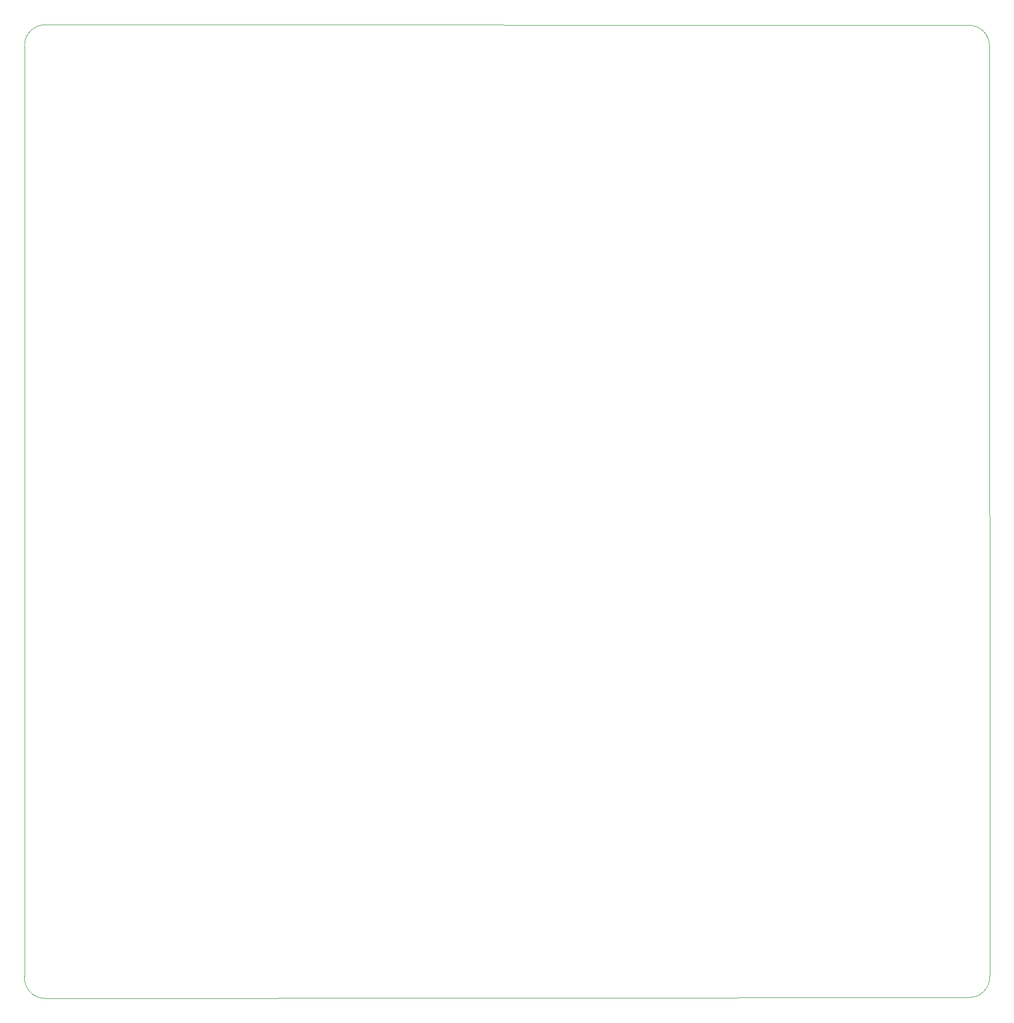
<source format=gm1>
G04 #@! TF.GenerationSoftware,KiCad,Pcbnew,(6.0.11)*
G04 #@! TF.CreationDate,2023-04-07T23:50:29+07:00*
G04 #@! TF.ProjectId,FRA261,46524132-3631-42e6-9b69-6361645f7063,rev?*
G04 #@! TF.SameCoordinates,Original*
G04 #@! TF.FileFunction,Profile,NP*
%FSLAX46Y46*%
G04 Gerber Fmt 4.6, Leading zero omitted, Abs format (unit mm)*
G04 Created by KiCad (PCBNEW (6.0.11)) date 2023-04-07 23:50:29*
%MOMM*%
%LPD*%
G01*
G04 APERTURE LIST*
G04 #@! TA.AperFunction,Profile*
%ADD10C,0.100000*%
G04 #@! TD*
G04 APERTURE END LIST*
D10*
X224421054Y-193453177D02*
X224371594Y-36957397D01*
X65380000Y-197220000D02*
X220721054Y-197073177D01*
X61760094Y-193520006D02*
G75*
G03*
X65380000Y-197220000I3466206J-229594D01*
G01*
X65470000Y-33169999D02*
G75*
G03*
X61770000Y-36790000I-229550J-3466261D01*
G01*
X220751594Y-33257397D02*
X65470000Y-33170000D01*
X61770000Y-36790000D02*
X61760000Y-193520000D01*
X220721055Y-197073165D02*
G75*
G03*
X224421054Y-193453177I229545J3466265D01*
G01*
X224371510Y-36957391D02*
G75*
G03*
X220751594Y-33257397I-3466210J229591D01*
G01*
M02*

</source>
